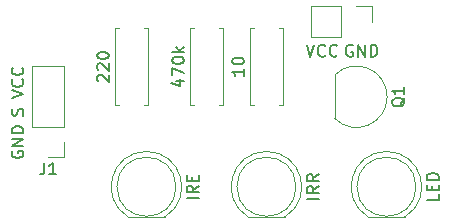
<source format=gbr>
%TF.GenerationSoftware,KiCad,Pcbnew,(6.0.4)*%
%TF.CreationDate,2022-04-19T13:15:10+02:00*%
%TF.ProjectId,light_gate,6c696768-745f-4676-9174-652e6b696361,rev?*%
%TF.SameCoordinates,Original*%
%TF.FileFunction,Legend,Top*%
%TF.FilePolarity,Positive*%
%FSLAX46Y46*%
G04 Gerber Fmt 4.6, Leading zero omitted, Abs format (unit mm)*
G04 Created by KiCad (PCBNEW (6.0.4)) date 2022-04-19 13:15:10*
%MOMM*%
%LPD*%
G01*
G04 APERTURE LIST*
%ADD10C,0.150000*%
%ADD11C,0.120000*%
G04 APERTURE END LIST*
D10*
X144453198Y-95980338D02*
X144357960Y-95932718D01*
X144215103Y-95932718D01*
X144072245Y-95980338D01*
X143977007Y-96075576D01*
X143929388Y-96170814D01*
X143881769Y-96361290D01*
X143881769Y-96504147D01*
X143929388Y-96694623D01*
X143977007Y-96789861D01*
X144072245Y-96885099D01*
X144215103Y-96932718D01*
X144310341Y-96932718D01*
X144453198Y-96885099D01*
X144500817Y-96837480D01*
X144500817Y-96504147D01*
X144310341Y-96504147D01*
X144929388Y-96932718D02*
X144929388Y-95932718D01*
X145500817Y-96932718D01*
X145500817Y-95932718D01*
X145977007Y-96932718D02*
X145977007Y-95932718D01*
X146215103Y-95932718D01*
X146357960Y-95980338D01*
X146453198Y-96075576D01*
X146500817Y-96170814D01*
X146548436Y-96361290D01*
X146548436Y-96504147D01*
X146500817Y-96694623D01*
X146453198Y-96789861D01*
X146357960Y-96885099D01*
X146215103Y-96932718D01*
X145977007Y-96932718D01*
X140553752Y-95932718D02*
X140887086Y-96932718D01*
X141220419Y-95932718D01*
X142125181Y-96837480D02*
X142077562Y-96885099D01*
X141934705Y-96932718D01*
X141839466Y-96932718D01*
X141696609Y-96885099D01*
X141601371Y-96789861D01*
X141553752Y-96694623D01*
X141506133Y-96504147D01*
X141506133Y-96361290D01*
X141553752Y-96170814D01*
X141601371Y-96075576D01*
X141696609Y-95980338D01*
X141839466Y-95932718D01*
X141934705Y-95932718D01*
X142077562Y-95980338D01*
X142125181Y-96027957D01*
X143125181Y-96837480D02*
X143077562Y-96885099D01*
X142934705Y-96932718D01*
X142839466Y-96932718D01*
X142696609Y-96885099D01*
X142601371Y-96789861D01*
X142553752Y-96694623D01*
X142506133Y-96504147D01*
X142506133Y-96361290D01*
X142553752Y-96170814D01*
X142601371Y-96075576D01*
X142696609Y-95980338D01*
X142839466Y-95932718D01*
X142934705Y-95932718D01*
X143077562Y-95980338D01*
X143125181Y-96027957D01*
X116535891Y-101923899D02*
X116583510Y-101781042D01*
X116583510Y-101542946D01*
X116535891Y-101447708D01*
X116488272Y-101400089D01*
X116393034Y-101352470D01*
X116297796Y-101352470D01*
X116202558Y-101400089D01*
X116154939Y-101447708D01*
X116107320Y-101542946D01*
X116059701Y-101733423D01*
X116012082Y-101828661D01*
X115964463Y-101876280D01*
X115869225Y-101923899D01*
X115773987Y-101923899D01*
X115678749Y-101876280D01*
X115631130Y-101828661D01*
X115583510Y-101733423D01*
X115583510Y-101495327D01*
X115631130Y-101352470D01*
X115583510Y-100431518D02*
X116583510Y-100098185D01*
X115583510Y-99764851D01*
X116488272Y-98860089D02*
X116535891Y-98907708D01*
X116583510Y-99050565D01*
X116583510Y-99145804D01*
X116535891Y-99288661D01*
X116440653Y-99383899D01*
X116345415Y-99431518D01*
X116154939Y-99479137D01*
X116012082Y-99479137D01*
X115821606Y-99431518D01*
X115726368Y-99383899D01*
X115631130Y-99288661D01*
X115583510Y-99145804D01*
X115583510Y-99050565D01*
X115631130Y-98907708D01*
X115678749Y-98860089D01*
X116488272Y-97860089D02*
X116535891Y-97907708D01*
X116583510Y-98050565D01*
X116583510Y-98145804D01*
X116535891Y-98288661D01*
X116440653Y-98383899D01*
X116345415Y-98431518D01*
X116154939Y-98479137D01*
X116012082Y-98479137D01*
X115821606Y-98431518D01*
X115726368Y-98383899D01*
X115631130Y-98288661D01*
X115583510Y-98145804D01*
X115583510Y-98050565D01*
X115631130Y-97907708D01*
X115678749Y-97860089D01*
X115631130Y-104940089D02*
X115583510Y-105035327D01*
X115583510Y-105178185D01*
X115631130Y-105321042D01*
X115726368Y-105416280D01*
X115821606Y-105463899D01*
X116012082Y-105511518D01*
X116154939Y-105511518D01*
X116345415Y-105463899D01*
X116440653Y-105416280D01*
X116535891Y-105321042D01*
X116583510Y-105178185D01*
X116583510Y-105082946D01*
X116535891Y-104940089D01*
X116488272Y-104892470D01*
X116154939Y-104892470D01*
X116154939Y-105082946D01*
X116583510Y-104463899D02*
X115583510Y-104463899D01*
X116583510Y-103892470D01*
X115583510Y-103892470D01*
X116583510Y-103416280D02*
X115583510Y-103416280D01*
X115583510Y-103178185D01*
X115631130Y-103035327D01*
X115726368Y-102940089D01*
X115821606Y-102892470D01*
X116012082Y-102844851D01*
X116154939Y-102844851D01*
X116345415Y-102892470D01*
X116440653Y-102940089D01*
X116535891Y-103035327D01*
X116583510Y-103178185D01*
X116583510Y-103416280D01*
%TO.C,R1*%
X122907619Y-99028095D02*
X122860000Y-98980476D01*
X122812380Y-98885238D01*
X122812380Y-98647142D01*
X122860000Y-98551904D01*
X122907619Y-98504285D01*
X123002857Y-98456666D01*
X123098095Y-98456666D01*
X123240952Y-98504285D01*
X123812380Y-99075714D01*
X123812380Y-98456666D01*
X122907619Y-98075714D02*
X122860000Y-98028095D01*
X122812380Y-97932857D01*
X122812380Y-97694761D01*
X122860000Y-97599523D01*
X122907619Y-97551904D01*
X123002857Y-97504285D01*
X123098095Y-97504285D01*
X123240952Y-97551904D01*
X123812380Y-98123333D01*
X123812380Y-97504285D01*
X122812380Y-96885238D02*
X122812380Y-96790000D01*
X122860000Y-96694761D01*
X122907619Y-96647142D01*
X123002857Y-96599523D01*
X123193333Y-96551904D01*
X123431428Y-96551904D01*
X123621904Y-96599523D01*
X123717142Y-96647142D01*
X123764761Y-96694761D01*
X123812380Y-96790000D01*
X123812380Y-96885238D01*
X123764761Y-96980476D01*
X123717142Y-97028095D01*
X123621904Y-97075714D01*
X123431428Y-97123333D01*
X123193333Y-97123333D01*
X123002857Y-97075714D01*
X122907619Y-97028095D01*
X122860000Y-96980476D01*
X122812380Y-96885238D01*
%TO.C,D1*%
X131412380Y-108902380D02*
X130412380Y-108902380D01*
X131412380Y-107854761D02*
X130936190Y-108188095D01*
X131412380Y-108426190D02*
X130412380Y-108426190D01*
X130412380Y-108045238D01*
X130460000Y-107950000D01*
X130507619Y-107902380D01*
X130602857Y-107854761D01*
X130745714Y-107854761D01*
X130840952Y-107902380D01*
X130888571Y-107950000D01*
X130936190Y-108045238D01*
X130936190Y-108426190D01*
X130888571Y-107426190D02*
X130888571Y-107092857D01*
X131412380Y-106950000D02*
X131412380Y-107426190D01*
X130412380Y-107426190D01*
X130412380Y-106950000D01*
%TO.C,J1*%
X118341666Y-105907380D02*
X118341666Y-106621666D01*
X118294047Y-106764523D01*
X118198809Y-106859761D01*
X118055952Y-106907380D01*
X117960714Y-106907380D01*
X119341666Y-106907380D02*
X118770238Y-106907380D01*
X119055952Y-106907380D02*
X119055952Y-105907380D01*
X118960714Y-106050238D01*
X118865476Y-106145476D01*
X118770238Y-106193095D01*
%TO.C,R2*%
X129495714Y-98956666D02*
X130162380Y-98956666D01*
X129114761Y-99194761D02*
X129829047Y-99432857D01*
X129829047Y-98813809D01*
X129162380Y-98528095D02*
X129162380Y-97861428D01*
X130162380Y-98290000D01*
X129162380Y-97290000D02*
X129162380Y-97194761D01*
X129210000Y-97099523D01*
X129257619Y-97051904D01*
X129352857Y-97004285D01*
X129543333Y-96956666D01*
X129781428Y-96956666D01*
X129971904Y-97004285D01*
X130067142Y-97051904D01*
X130114761Y-97099523D01*
X130162380Y-97194761D01*
X130162380Y-97290000D01*
X130114761Y-97385238D01*
X130067142Y-97432857D01*
X129971904Y-97480476D01*
X129781428Y-97528095D01*
X129543333Y-97528095D01*
X129352857Y-97480476D01*
X129257619Y-97432857D01*
X129210000Y-97385238D01*
X129162380Y-97290000D01*
X130162380Y-96528095D02*
X129162380Y-96528095D01*
X129781428Y-96432857D02*
X130162380Y-96147142D01*
X129495714Y-96147142D02*
X129876666Y-96528095D01*
%TO.C,Q1*%
X148887619Y-100425238D02*
X148840000Y-100520476D01*
X148744761Y-100615714D01*
X148601904Y-100758571D01*
X148554285Y-100853809D01*
X148554285Y-100949047D01*
X148792380Y-100901428D02*
X148744761Y-100996666D01*
X148649523Y-101091904D01*
X148459047Y-101139523D01*
X148125714Y-101139523D01*
X147935238Y-101091904D01*
X147840000Y-100996666D01*
X147792380Y-100901428D01*
X147792380Y-100710952D01*
X147840000Y-100615714D01*
X147935238Y-100520476D01*
X148125714Y-100472857D01*
X148459047Y-100472857D01*
X148649523Y-100520476D01*
X148744761Y-100615714D01*
X148792380Y-100710952D01*
X148792380Y-100901428D01*
X148792380Y-99520476D02*
X148792380Y-100091904D01*
X148792380Y-99806190D02*
X147792380Y-99806190D01*
X147935238Y-99901428D01*
X148030476Y-99996666D01*
X148078095Y-100091904D01*
%TO.C,D2*%
X141572380Y-108950000D02*
X140572380Y-108950000D01*
X141572380Y-107902380D02*
X141096190Y-108235714D01*
X141572380Y-108473809D02*
X140572380Y-108473809D01*
X140572380Y-108092857D01*
X140620000Y-107997619D01*
X140667619Y-107950000D01*
X140762857Y-107902380D01*
X140905714Y-107902380D01*
X141000952Y-107950000D01*
X141048571Y-107997619D01*
X141096190Y-108092857D01*
X141096190Y-108473809D01*
X141572380Y-106902380D02*
X141096190Y-107235714D01*
X141572380Y-107473809D02*
X140572380Y-107473809D01*
X140572380Y-107092857D01*
X140620000Y-106997619D01*
X140667619Y-106950000D01*
X140762857Y-106902380D01*
X140905714Y-106902380D01*
X141000952Y-106950000D01*
X141048571Y-106997619D01*
X141096190Y-107092857D01*
X141096190Y-107473809D01*
%TO.C,D3*%
X151732380Y-108592857D02*
X151732380Y-109069047D01*
X150732380Y-109069047D01*
X151208571Y-108259523D02*
X151208571Y-107926190D01*
X151732380Y-107783333D02*
X151732380Y-108259523D01*
X150732380Y-108259523D01*
X150732380Y-107783333D01*
X151732380Y-107354761D02*
X150732380Y-107354761D01*
X150732380Y-107116666D01*
X150780000Y-106973809D01*
X150875238Y-106878571D01*
X150970476Y-106830952D01*
X151160952Y-106783333D01*
X151303809Y-106783333D01*
X151494285Y-106830952D01*
X151589523Y-106878571D01*
X151684761Y-106973809D01*
X151732380Y-107116666D01*
X151732380Y-107354761D01*
%TO.C,R3*%
X135242380Y-97980476D02*
X135242380Y-98551904D01*
X135242380Y-98266190D02*
X134242380Y-98266190D01*
X134385238Y-98361428D01*
X134480476Y-98456666D01*
X134528095Y-98551904D01*
X134242380Y-97361428D02*
X134242380Y-97266190D01*
X134290000Y-97170952D01*
X134337619Y-97123333D01*
X134432857Y-97075714D01*
X134623333Y-97028095D01*
X134861428Y-97028095D01*
X135051904Y-97075714D01*
X135147142Y-97123333D01*
X135194761Y-97170952D01*
X135242380Y-97266190D01*
X135242380Y-97361428D01*
X135194761Y-97456666D01*
X135147142Y-97504285D01*
X135051904Y-97551904D01*
X134861428Y-97599523D01*
X134623333Y-97599523D01*
X134432857Y-97551904D01*
X134337619Y-97504285D01*
X134290000Y-97456666D01*
X134242380Y-97361428D01*
D11*
%TO.C,R1*%
X127100000Y-94520000D02*
X127100000Y-101060000D01*
X126770000Y-94520000D02*
X127100000Y-94520000D01*
X124690000Y-94520000D02*
X124360000Y-94520000D01*
X124360000Y-94520000D02*
X124360000Y-101060000D01*
X127100000Y-101060000D02*
X126770000Y-101060000D01*
X124360000Y-101060000D02*
X124690000Y-101060000D01*
%TO.C,D1*%
X125455000Y-110510000D02*
X128545000Y-110510000D01*
X128544830Y-110510000D02*
G75*
G03*
X126999538Y-104960000I-1544830J2560000D01*
G01*
X127000462Y-104960000D02*
G75*
G03*
X125455170Y-110510000I-462J-2990000D01*
G01*
X129500000Y-107950000D02*
G75*
G03*
X129500000Y-107950000I-2500000J0D01*
G01*
%TO.C,J1*%
X120005000Y-104125000D02*
X120005000Y-105455000D01*
X120005000Y-97715000D02*
X117345000Y-97715000D01*
X117345000Y-102855000D02*
X117345000Y-97715000D01*
X120005000Y-102855000D02*
X120005000Y-97715000D01*
X120005000Y-102855000D02*
X117345000Y-102855000D01*
X120005000Y-105455000D02*
X118675000Y-105455000D01*
%TO.C,R2*%
X130710000Y-101060000D02*
X131040000Y-101060000D01*
X133450000Y-101060000D02*
X133120000Y-101060000D01*
X133450000Y-94520000D02*
X133450000Y-101060000D01*
X130710000Y-94520000D02*
X130710000Y-101060000D01*
X133120000Y-94520000D02*
X133450000Y-94520000D01*
X131040000Y-94520000D02*
X130710000Y-94520000D01*
%TO.C,J2*%
X143510000Y-92650000D02*
X140910000Y-92650000D01*
X144780000Y-92650000D02*
X146110000Y-92650000D01*
X143510000Y-95310000D02*
X140910000Y-95310000D01*
X146110000Y-92650000D02*
X146110000Y-93980000D01*
X140910000Y-92650000D02*
X140910000Y-95310000D01*
X143510000Y-92650000D02*
X143510000Y-95310000D01*
%TO.C,Q1*%
X142930000Y-98530000D02*
X142930000Y-102130000D01*
X142941522Y-102168478D02*
G75*
G03*
X147380000Y-100330000I1838478J1838478D01*
G01*
X147380001Y-100330000D02*
G75*
G03*
X142941522Y-98491522I-2600001J0D01*
G01*
%TO.C,D2*%
X135615000Y-110510000D02*
X138705000Y-110510000D01*
X137160462Y-104960000D02*
G75*
G03*
X135615170Y-110510000I-462J-2990000D01*
G01*
X138704830Y-110510000D02*
G75*
G03*
X137159538Y-104960000I-1544830J2560000D01*
G01*
X139660000Y-107950000D02*
G75*
G03*
X139660000Y-107950000I-2500000J0D01*
G01*
%TO.C,D3*%
X145775000Y-110510000D02*
X148865000Y-110510000D01*
X147320462Y-104960000D02*
G75*
G03*
X145775170Y-110510000I-462J-2990000D01*
G01*
X148864830Y-110510000D02*
G75*
G03*
X147319538Y-104960000I-1544830J2560000D01*
G01*
X149820000Y-107950000D02*
G75*
G03*
X149820000Y-107950000I-2500000J0D01*
G01*
%TO.C,R3*%
X135790000Y-94520000D02*
X135790000Y-101060000D01*
X138530000Y-94520000D02*
X138530000Y-101060000D01*
X138200000Y-94520000D02*
X138530000Y-94520000D01*
X138530000Y-101060000D02*
X138200000Y-101060000D01*
X135790000Y-101060000D02*
X136120000Y-101060000D01*
X136120000Y-94520000D02*
X135790000Y-94520000D01*
%TD*%
M02*

</source>
